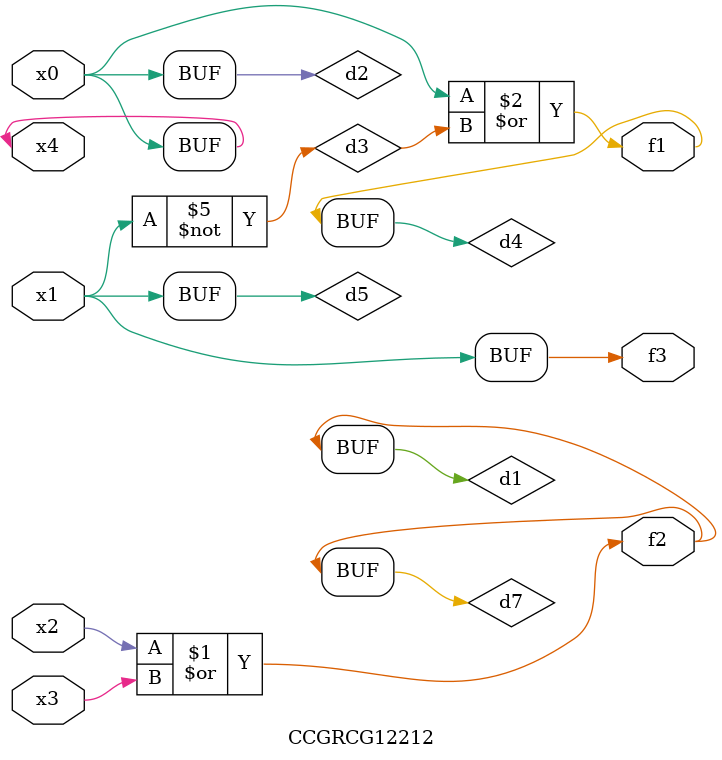
<source format=v>
module CCGRCG12212(
	input x0, x1, x2, x3, x4,
	output f1, f2, f3
);

	wire d1, d2, d3, d4, d5, d6, d7;

	or (d1, x2, x3);
	buf (d2, x0, x4);
	not (d3, x1);
	or (d4, d2, d3);
	not (d5, d3);
	nand (d6, d1, d3);
	or (d7, d1);
	assign f1 = d4;
	assign f2 = d7;
	assign f3 = d5;
endmodule

</source>
